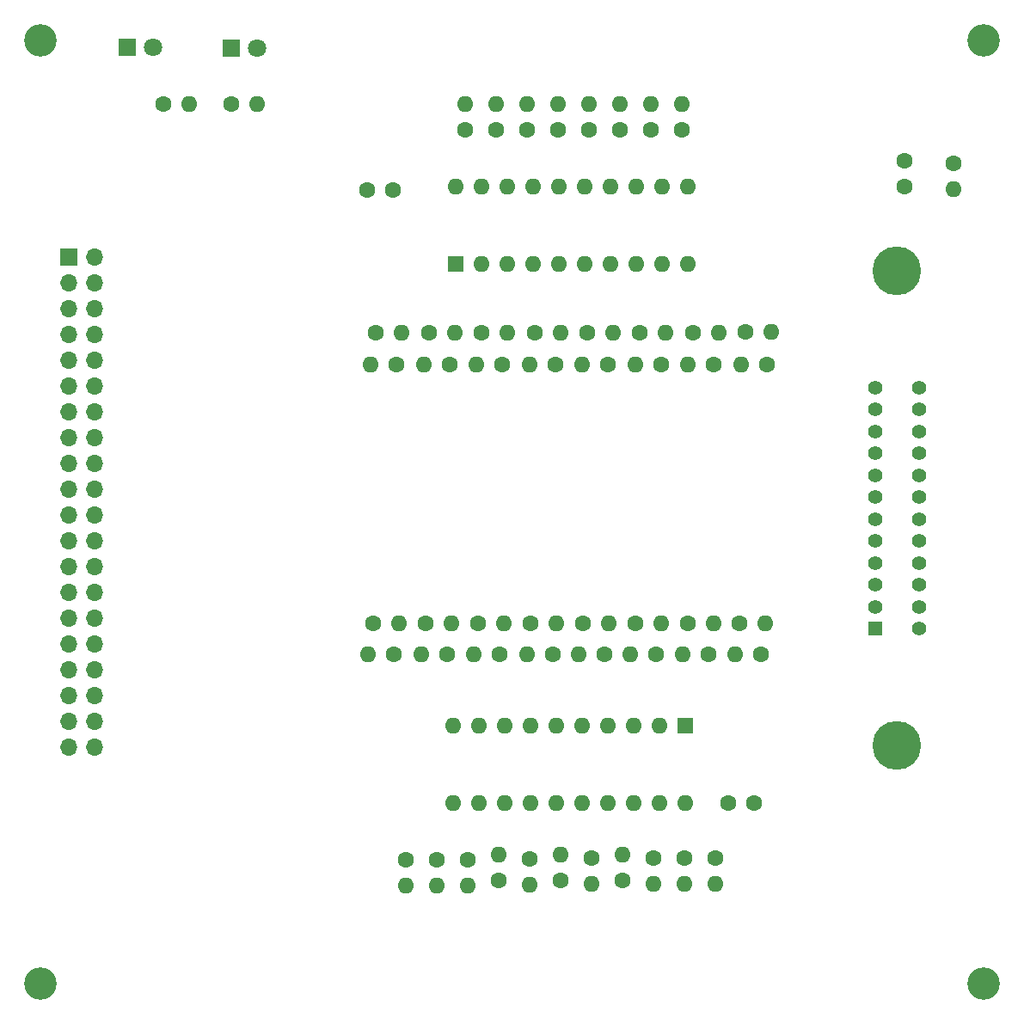
<source format=gbs>
G04 #@! TF.GenerationSoftware,KiCad,Pcbnew,8.0.8*
G04 #@! TF.CreationDate,2025-02-01T04:39:39+02:00*
G04 #@! TF.ProjectId,my_raspi_gpib,6d795f72-6173-4706-995f-677069622e6b,rev?*
G04 #@! TF.SameCoordinates,Original*
G04 #@! TF.FileFunction,Soldermask,Bot*
G04 #@! TF.FilePolarity,Negative*
%FSLAX46Y46*%
G04 Gerber Fmt 4.6, Leading zero omitted, Abs format (unit mm)*
G04 Created by KiCad (PCBNEW 8.0.8) date 2025-02-01 04:39:39*
%MOMM*%
%LPD*%
G01*
G04 APERTURE LIST*
%ADD10C,1.600000*%
%ADD11O,1.600000X1.600000*%
%ADD12C,3.200000*%
%ADD13R,1.400000X1.400000*%
%ADD14C,1.400000*%
%ADD15C,4.800000*%
%ADD16R,1.800000X1.800000*%
%ADD17C,1.800000*%
%ADD18R,1.600000X1.600000*%
%ADD19R,1.700000X1.700000*%
%ADD20O,1.700000X1.700000*%
G04 APERTURE END LIST*
D10*
X157480000Y-87927000D03*
D11*
X154940000Y-87927000D03*
D10*
X154940000Y-136623000D03*
D11*
X154940000Y-139163000D03*
D10*
X173228000Y-136525000D03*
D11*
X173228000Y-139065000D03*
D10*
X149860000Y-113411000D03*
D11*
X152400000Y-113411000D03*
D12*
X199644000Y-148844000D03*
D10*
X142748000Y-136652000D03*
D11*
X142748000Y-139192000D03*
D13*
X189004000Y-113921000D03*
D14*
X189004000Y-111761000D03*
X189004000Y-109601000D03*
X189004000Y-107441000D03*
X189004000Y-105281000D03*
X189004000Y-103121000D03*
X189004000Y-100961000D03*
X189004000Y-98801000D03*
X189004000Y-96641000D03*
X189004000Y-94481000D03*
X189004000Y-92321000D03*
X189004000Y-90161000D03*
X193294000Y-113921000D03*
X193294000Y-111761000D03*
X193294000Y-109601000D03*
X193294000Y-107441000D03*
X193294000Y-105281000D03*
X193294000Y-103121000D03*
X193294000Y-100961000D03*
X193294000Y-98801000D03*
X193294000Y-96641000D03*
X193294000Y-94481000D03*
X193294000Y-92321000D03*
X193294000Y-90161000D03*
D15*
X191149000Y-78646000D03*
X191149000Y-125436000D03*
D10*
X157988000Y-138713000D03*
D11*
X157988000Y-136173000D03*
D10*
X146812000Y-116459000D03*
D11*
X144272000Y-116459000D03*
D10*
X145034000Y-84752000D03*
D11*
X147574000Y-84752000D03*
D16*
X115316000Y-56642000D03*
D17*
X117856000Y-56642000D03*
D10*
X167444000Y-116459000D03*
D11*
X164904000Y-116459000D03*
D10*
X141458000Y-70739000D03*
X138958000Y-70739000D03*
X175641000Y-113411000D03*
D11*
X178181000Y-113411000D03*
D18*
X147701000Y-77978000D03*
D11*
X150241000Y-77978000D03*
X152781000Y-77978000D03*
X155321000Y-77978000D03*
X157861000Y-77978000D03*
X160401000Y-77978000D03*
X162941000Y-77978000D03*
X165481000Y-77978000D03*
X168021000Y-77978000D03*
X170561000Y-77978000D03*
X170561000Y-70358000D03*
X168021000Y-70358000D03*
X165481000Y-70358000D03*
X162941000Y-70358000D03*
X160401000Y-70358000D03*
X157861000Y-70358000D03*
X155321000Y-70358000D03*
X152781000Y-70358000D03*
X150241000Y-70358000D03*
X147701000Y-70358000D03*
D10*
X157226000Y-116459000D03*
D11*
X154686000Y-116459000D03*
D12*
X106807000Y-148844000D03*
D10*
X118872000Y-62230000D03*
D11*
X121412000Y-62230000D03*
D10*
X141605000Y-116459000D03*
D11*
X139065000Y-116459000D03*
D10*
X155448000Y-84752000D03*
D11*
X157988000Y-84752000D03*
D10*
X170180000Y-136525000D03*
D11*
X170180000Y-139065000D03*
D10*
X144751000Y-113411000D03*
D11*
X147291000Y-113411000D03*
D10*
X139827000Y-84752000D03*
D11*
X142367000Y-84752000D03*
D10*
X191897000Y-67838000D03*
X191897000Y-70338000D03*
X165833000Y-84752000D03*
D11*
X168373000Y-84752000D03*
D10*
X161036000Y-136525000D03*
D11*
X161036000Y-139065000D03*
D10*
X173101000Y-87927000D03*
D11*
X170561000Y-87927000D03*
D12*
X199644000Y-56007000D03*
D10*
X166878000Y-64799000D03*
D11*
X166878000Y-62259000D03*
D10*
X165354000Y-113411000D03*
D11*
X167894000Y-113411000D03*
D10*
X147095000Y-87927000D03*
D11*
X144555000Y-87927000D03*
D10*
X162335000Y-116459000D03*
D11*
X159795000Y-116459000D03*
D10*
X196723000Y-68072000D03*
D11*
X196723000Y-70612000D03*
D10*
X178308000Y-87884000D03*
D11*
X175768000Y-87884000D03*
D10*
X148590000Y-64770000D03*
D11*
X148590000Y-62230000D03*
D18*
X170307000Y-123444000D03*
D11*
X167767000Y-123444000D03*
X165227000Y-123444000D03*
X162687000Y-123444000D03*
X160147000Y-123444000D03*
X157607000Y-123444000D03*
X155067000Y-123444000D03*
X152527000Y-123444000D03*
X149987000Y-123444000D03*
X147447000Y-123444000D03*
X147447000Y-131064000D03*
X149987000Y-131064000D03*
X152527000Y-131064000D03*
X155067000Y-131064000D03*
X157607000Y-131064000D03*
X160147000Y-131064000D03*
X162687000Y-131064000D03*
X165227000Y-131064000D03*
X167767000Y-131064000D03*
X170307000Y-131064000D03*
D10*
X157734000Y-64799000D03*
D11*
X157734000Y-62259000D03*
D10*
X125603000Y-62230000D03*
D11*
X128143000Y-62230000D03*
D10*
X167894000Y-87927000D03*
D11*
X165354000Y-87927000D03*
D10*
X151892000Y-138713000D03*
D11*
X151892000Y-136173000D03*
D10*
X152273000Y-87927000D03*
D11*
X149733000Y-87927000D03*
D10*
X154686000Y-64770000D03*
D11*
X154686000Y-62230000D03*
D10*
X160782000Y-64799000D03*
D11*
X160782000Y-62259000D03*
D10*
X163830000Y-64770000D03*
D11*
X163830000Y-62230000D03*
D10*
X164084000Y-138684000D03*
D11*
X164084000Y-136144000D03*
D10*
X155067000Y-113411000D03*
D11*
X157607000Y-113411000D03*
D10*
X174518000Y-131064000D03*
X177018000Y-131064000D03*
X152019000Y-116459000D03*
D11*
X149479000Y-116459000D03*
D10*
X167132000Y-136525000D03*
D11*
X167132000Y-139065000D03*
D10*
X170532000Y-113411000D03*
D11*
X173072000Y-113411000D03*
D10*
X148844000Y-136652000D03*
D11*
X148844000Y-139192000D03*
D12*
X106807000Y-56007000D03*
D10*
X151638000Y-64770000D03*
D11*
X151638000Y-62230000D03*
D10*
X162687000Y-87927000D03*
D11*
X160147000Y-87927000D03*
D10*
X171069000Y-84752000D03*
D11*
X173609000Y-84752000D03*
D10*
X139573000Y-113411000D03*
D11*
X142113000Y-113411000D03*
D19*
X109601000Y-77343000D03*
D20*
X112141000Y-77343000D03*
X109601000Y-79883000D03*
X112141000Y-79883000D03*
X109601000Y-82423000D03*
X112141000Y-82423000D03*
X109601000Y-84963000D03*
X112141000Y-84963000D03*
X109601000Y-87503000D03*
X112141000Y-87503000D03*
X109601000Y-90043000D03*
X112141000Y-90043000D03*
X109601000Y-92583000D03*
X112141000Y-92583000D03*
X109601000Y-95123000D03*
X112141000Y-95123000D03*
X109601000Y-97663000D03*
X112141000Y-97663000D03*
X109601000Y-100203000D03*
X112141000Y-100203000D03*
X109601000Y-102743000D03*
X112141000Y-102743000D03*
X109601000Y-105283000D03*
X112141000Y-105283000D03*
X109601000Y-107823000D03*
X112141000Y-107823000D03*
X109601000Y-110363000D03*
X112141000Y-110363000D03*
X109601000Y-112903000D03*
X112141000Y-112903000D03*
X109601000Y-115443000D03*
X112141000Y-115443000D03*
X109601000Y-117983000D03*
X112141000Y-117983000D03*
X109601000Y-120523000D03*
X112141000Y-120523000D03*
X109601000Y-123063000D03*
X112141000Y-123063000D03*
X109601000Y-125603000D03*
X112141000Y-125603000D03*
D10*
X169926000Y-64770000D03*
D11*
X169926000Y-62230000D03*
D10*
X160626000Y-84752000D03*
D11*
X163166000Y-84752000D03*
D10*
X150241000Y-84752000D03*
D11*
X152781000Y-84752000D03*
D10*
X145796000Y-136652000D03*
D11*
X145796000Y-139192000D03*
D10*
X160245000Y-113411000D03*
D11*
X162785000Y-113411000D03*
D10*
X177702000Y-116459000D03*
D11*
X175162000Y-116459000D03*
D10*
X172593000Y-116459000D03*
D11*
X170053000Y-116459000D03*
D10*
X176247000Y-84709000D03*
D11*
X178787000Y-84709000D03*
D10*
X141859000Y-87927000D03*
D11*
X139319000Y-87927000D03*
D16*
X125603000Y-56769000D03*
D17*
X128143000Y-56769000D03*
M02*

</source>
